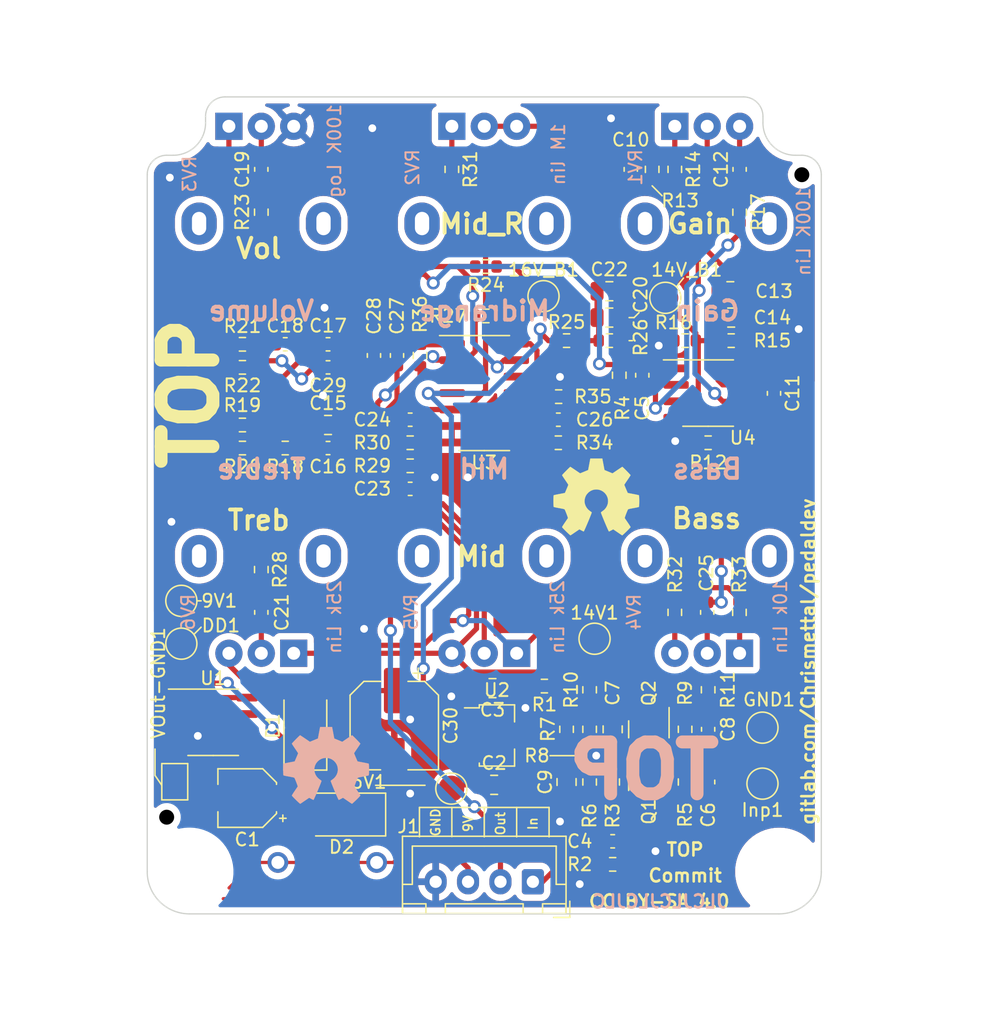
<source format=kicad_pcb>
(kicad_pcb (version 20211014) (generator pcbnew)
  (layers (0 "F.Cu" signal) (31 "B.Cu" signal) (34 "B.Paste" user) (35 "F.Paste" user) (36 "B.SilkS" user "B.Silkscreen") (37 "F.SilkS" user "F.Silkscreen") (38 "B.Mask" user) (39 "F.Mask" user) (44 "Edge.Cuts" user))
  (property "Commit" "Commit")
  (property "Link" "gitlab.com/Chrismettal/pedaldev")
  (property "Name" "TOP")
  (net 0 "")
  (net 1 "+9V")
  (net 2 "GND")
  (net 3 "Upper_PCB_Input")
  (net 4 "Upper_PCB_Output")
  (net 5 "Net-(C1-Pad1)")
  (net 6 "Net-(C1-Pad2)")
  (net 7 "Net-(C3-Pad1)")
  (net 8 "Net-(C9-Pad1)")
  (net 9 "Net-(C13-Pad1)")
  (net 10 "Net-(C6-Pad1)")
  (net 11 "Net-(C7-Pad2)")
  (net 12 "Net-(C4-Pad1)")
  (net 13 "Net-(C8-Pad2)")
  (net 14 "Net-(C7-Pad1)")
  (net 15 "Net-(C15-Pad2)")
  (net 16 "Net-(C5-Pad2)")
  (net 17 "Net-(C8-Pad1)")
  (net 18 "Net-(C10-Pad2)")
  (net 19 "Net-(C11-Pad1)")
  (net 20 "Net-(C11-Pad2)")
  (net 21 "Net-(C12-Pad1)")
  (net 22 "Net-(C12-Pad2)")
  (net 23 "Net-(C15-Pad1)")
  (net 24 "Net-(C17-Pad2)")
  (net 25 "Net-(C18-Pad1)")
  (net 26 "Net-(C19-Pad1)")
  (net 27 "Net-(C19-Pad2)")
  (net 28 "Net-(C20-Pad1)")
  (net 29 "Net-(C21-Pad1)")
  (net 30 "Net-(C21-Pad2)")
  (net 31 "Net-(C23-Pad1)")
  (net 32 "Net-(C23-Pad2)")
  (net 33 "Net-(C24-Pad1)")
  (net 34 "Net-(C24-Pad2)")
  (net 35 "Net-(C25-Pad1)")
  (net 36 "Net-(C25-Pad2)")
  (net 37 "Net-(C26-Pad1)")
  (net 38 "Net-(C27-Pad1)")
  (net 39 "Net-(C27-Pad2)")
  (net 40 "Net-(R11-Pad2)")
  (net 41 "Net-(R14-Pad2)")
  (net 42 "Net-(R19-Pad2)")
  (net 43 "Net-(R21-Pad2)")
  (net 44 "Net-(R27-Pad1)")
  (net 45 "Net-(R30-Pad2)")
  (net 46 "Net-(R31-Pad1)")
  (net 47 "Net-(R32-Pad2)")
  (net 48 "Net-(R33-Pad1)")
  (net 49 "Net-(R34-Pad2)")
  (net 53 "+16V")
  (net 54 "+14V")
  (net 55 "Net-(C16-Pad2)")
  (net 56 "Net-(U3-Pad13)")
  (net 57 "Net-(U3-Pad2)")
  (net 58 "Net-(VOut-GND1-Pad1)")
  (footprint "Package_SO:SOP-8_3.9x4.9mm_P1.27mm" (layer "F.Cu") (at 128.588 115.728)
    (fp_text reference "U1")
    (fp_text value "ICL7660")
  )
  (footprint "Resistor_SMD:R_0603_1608Metric" (layer "F.Cu") (at 164.994 120.332 -90)
    (fp_text reference "R5")
    (fp_text value "10K")
  )
  (footprint "Resistor_SMD:R_0603_1608Metric" (layer "F.Cu") (at 132.3 103.949 -90)
    (fp_text reference "R28")
    (fp_text value "2K2")
  )
  (footprint "TestPoint:TestPoint_Pad_D2.0mm" (layer "F.Cu") (at 163.47 82.994)
    (fp_text reference "14V_B1")
    (fp_text value "TP")
  )
  (footprint "TestPoint:TestPoint_Pad_D2.0mm" (layer "F.Cu") (at 126.132 106.362)
    (fp_text reference "9V1")
    (fp_text value "TP")
  )
  (footprint "Resistor_SMD:R_0603_1608Metric" (layer "F.Cu") (at 159.406 120.332 90)
    (fp_text reference "R3")
    (fp_text value "10K")
  )
  (footprint "Package_TO_SOT_SMD:SOT-89-3" (layer "F.Cu") (at 150.178 116.744)
    (fp_text reference "U2")
    (fp_text value "L78L15_SOT89")
  )
  (footprint "Resistor_SMD:R_0603_1608Metric" (layer "F.Cu") (at 147 73.088 -90)
    (fp_text reference "R31")
    (fp_text value "10K")
  )
  (footprint "Resistor_SMD:R_0603_1608Metric" (layer "F.Cu") (at 159.406 126.682 180)
    (fp_text reference "R2")
    (fp_text value "1M")
  )
  (footprint "Resistor_SMD:R_0603_1608Metric" (layer "F.Cu") (at 155.2404 90.614)
    (fp_text reference "R35")
    (fp_text value "470K")
  )
  (footprint "Resistor_SMD:R_0603_1608Metric" (layer "F.Cu") (at 154.138 112.934 180)
    (fp_text reference "R1")
    (fp_text value "51R")
  )
  (footprint "Capacitor_SMD:C_0603_1608Metric" (layer "F.Cu") (at 160.803 73.088 90)
    (fp_text reference "C10")
    (fp_text value "220nF")
  )
  (footprint "Package_SO:SOIC-8_3.9x4.9mm_P1.27mm" (layer "F.Cu") (at 166.772 90.339)
    (fp_text reference "U4")
    (fp_text value "OPA2604")
  )
  (footprint "Capacitor_SMD:C_0603_1608Metric" (layer "F.Cu") (at 137.448164 88.355644)
    (fp_text reference "C29")
    (fp_text value "1nF")
  )
  (footprint "Capacitor_SMD:C_0603_1608Metric" (layer "F.Cu") (at 166.772 120.332 -90)
    (fp_text reference "C6")
    (fp_text value "2.2uF")
  )
  (footprint "Capacitor_SMD:C_0805_2012Metric" (layer "F.Cu") (at 159.152 84.518)
    (fp_text reference "C20")
    (fp_text value "10uF")
  )
  (footprint "Jumper:SolderJumper-2_P1.3mm_Open_TrianglePad1.0x1.5mm" (layer "F.Cu") (at 125.624 120.311 90)
    (fp_text reference "VOut-GND1")
    (fp_text value "Jmp")
  )
  (footprint "Capacitor_SMD:C_0603_1608Metric" (layer "F.Cu") (at 161.692 88.963 -90)
    (fp_text reference "C5")
    (fp_text value "470pF")
  )
  (footprint "Capacitor_SMD:C_0805_2012Metric" (layer "F.Cu") (at 159.406 116.268 -90)
    (fp_text reference "C7")
    (fp_text value "10nF")
  )
  (footprint "Capacitor_SMD:C_0603_1608Metric" (layer "F.Cu") (at 134.146164 86.577644)
    (fp_text reference "C18")
    (fp_text value "1nF")
  )
  (footprint "Resistor_SMD:R_0603_1608Metric" (layer "F.Cu") (at 166.772 113.22 90)
    (fp_text reference "R11")
    (fp_text value "22K")
  )
  (footprint "Resistor_SMD:R_0603_1608Metric" (layer "F.Cu") (at 155.215 94.17 180)
    (fp_text reference "R34")
    (fp_text value "330R")
  )
  (footprint "Resistor_SMD:R_0603_1608Metric" (layer "F.Cu") (at 149.627 80.581 180)
    (fp_text reference "R24")
    (fp_text value "1M")
  )
  (footprint "Resistor_SMD:R_0603_1608Metric" (layer "F.Cu") (at 130.844164 94.578644 180)
    (fp_text reference "R20")
    (fp_text value "47K")
  )
  (footprint "Capacitor_SMD:CP_Elec_6.3x5.4_Nichicon" (layer "F.Cu") (at 142.558 115.982 -90)
    (fp_text reference "C30")
    (fp_text value "100uF")
  )
  (footprint "Resistor_SMD:R_0603_1608Metric" (layer "F.Cu") (at 157.628 116.268 -90)
    (fp_text reference "R8")
    (fp_text value "470K")
  )
  (footprint "Resistor_SMD:R_0603_1608Metric" (layer "F.Cu") (at 157.628 120.332 90)
    (fp_text reference "R6")
    (fp_text value "10K")
  )
  (footprint "Resistor_SMD:R_0603_1608Metric" (layer "F.Cu") (at 130.844164 92.800644 180)
    (fp_text reference "R19")
    (fp_text value "47K")
  )
  (footprint "Capacitor_SMD:C_0603_1608Metric" (layer "F.Cu") (at 142.769 87.439 -90)
    (fp_text reference "C27")
    (fp_text value "1nF")
  )
  (footprint "Resistor_SMD:R_0603_1608Metric" (layer "F.Cu") (at 130.844164 86.577644 180)
    (fp_text reference "R21")
    (fp_text value "47K")
  )
  (footprint "MeineBib:EigenesMountingHole_3.2mm_M3_Small" (layer "F.Cu") (at 126.75 127.25)
    (fp_text reference "MK2" hide)
    (fp_text value "Mounting_Hole_M3" hide)
  )
  (footprint "Capacitor_SMD:C_0603_1608Metric" (layer "F.Cu") (at 140.991 87.439 90)
    (fp_text reference "C28")
    (fp_text value "470nF")
  )
  (footprint "Resistor_SMD:R_0603_1608Metric" (layer "F.Cu") (at 162.454 73.088 -90)
    (fp_text reference "R13")
    (fp_text value "1K")
  )
  (footprint "Capacitor_SMD:C_0805_2012Metric" (layer "F.Cu") (at 150.135 113.093 180)
    (fp_text reference "C3")
    (fp_text value "10uF")
  )
  (footprint "Capacitor_SMD:C_0805_2012Metric" (layer "F.Cu") (at 159.152 82.486)
    (fp_text reference "C22")
    (fp_text value "10uF")
  )
  (footprint "TestPoint:TestPoint_Pad_D2.0mm" (layer "F.Cu") (at 170.963 116.141)
    (fp_text reference "GND1")
    (fp_text value "TP")
  )
  (footprint "Resistor_SMD:R_0603_1608Metric" (layer "F.Cu") (at 164.2 107.251 -90)
    (fp_text reference "R32")
    (fp_text value "1K")
  )
  (footprint "TestPoint:TestPoint_Pad_D2.0mm" (layer "F.Cu") (at 170.963 120.459)
    (fp_text reference "Inp1")
    (fp_text value "TP")
  )
  (footprint "MeineBib:JLC_Toolinghole" (layer "F.Cu") (at 125 123.045)
    (fp_text reference "REF**" hide)
    (fp_text value "JLC_Toolinghole")
  )
  (footprint "Capacitor_SMD:C_0603_1608Metric" (layer "F.Cu") (at 132.3 107.251 90)
    (fp_text reference "C21")
    (fp_text value "22nF")
  )
  (footprint "Resistor_SMD:R_0603_1608Metric" (layer "F.Cu") (at 155.85 116.268 90)
    (fp_text reference "R7")
    (fp_text value "470K")
  )
  (footprint "Capacitor_SMD:C_0603_1608Metric" (layer "F.Cu") (at 159.406 124.904 180)
    (fp_text reference "C4")
    (fp_text value "22nF")
  )
  (footprint "Resistor_SMD:R_0603_1608Metric" (layer "F.Cu") (at 169.185 107.251 90)
    (fp_text reference "R33")
    (fp_text value "10K")
  )
  (footprint "Package_SO:SOIC-14_3.9x8.7mm_P1.27mm" (layer "F.Cu") (at 149.5 90.339)
    (fp_text reference "U3")
    (fp_text value "TL074")
  )
  (footprint "MeineBib:JLC_Toolinghole" (layer "F.Cu") (at 174 73.5)
    (fp_text reference "REF**" hide)
    (fp_text value "JLC_Toolinghole")
  )
  (footprint "Diode_SMD:D_SMA" (layer "F.Cu") (at 135.7 116.014 90)
    (fp_text reference "D1")
    (fp_text value "1N4004")
  )
  (footprint "Resistor_SMD:R_0603_1608Metric" (layer "F.Cu") (at 164.994 116.268 -90)
    (fp_text reference "R9")
    (fp_text value "10K")
  )
  (footprint "Resistor_SMD:R_0603_1608Metric" (layer "F.Cu") (at 168.55 86.296 180)
    (fp_text reference "R15")
    (fp_text value "10K")
  )
  (footprint "Connector_JST:JST_XH_B4B-XH-A_1x04_P2.50mm_Vertical" (layer "F.Cu") (at 153.25 128.025 180)
    (fp_text reference "J1")
    (fp_text value "Conn_01x04")
  )
  (footprint "Resistor_SMD:R_0603_1608Metric" (layer "F.Cu") (at 169.2 76.39 -90)
    (fp_text reference "R17")
    (fp_text value "15K")
  )
  (footprint "Capacitor_SMD:C_0603_1608Metric" (layer "F.Cu") (at 155.215 92.392)
    (fp_text reference "C26")
    (fp_text value "68nF")
  )
  (footprint "Package_TO_SOT_SMD:SOT-23" (layer "F.Cu") (at 162.2 116.268 -90)
    (fp_text reference "Q2")
    (fp_text value "BF545A")
  )
  (footprint "Resistor_SMD:R_0603_1608Metric" (layer "F.Cu") (at 164.994 86.296 180)
    (fp_text reference "R16")
    (fp_text value "10K")
  )
  (footprint "Capacitor_SMD:C_0603_1608Metric" (layer "F.Cu") (at 137.448164 86.577644)
    (fp_text reference "C17")
    (fp_text value "47nF")
  )
  (footprint "TestPoint:TestPoint_Pad_D2.0mm" (layer "F.Cu") (at 158.009 109.283)
    (fp_text reference "14V1")
    (fp_text value "TP")
  )
  (footprint "Resistor_SMD:R_0603_1608Metric" (layer "F.Cu") (at 157.628 113.22 90)
    (fp_text reference "R10")
    (fp_text value "2K2")
  )
  (footprint "Resistor_SMD:R_0603_1608Metric" (layer "F.Cu") (at 134.146164 94.578644 180)
    (fp_text reference "R18")
    (fp_text value "10K")
  )
  (footprint "Capacitor_SMD:C_0603_1608Metric" (layer "F.Cu") (at 171.852 90.36 -90)
    (fp_text reference "C11")
    (fp_text value "100pF")
  )
  (footprint "Capacitor_SMD:C_0603_1608Metric" (layer "F.Cu") (at 137.448164 94.578644 180)
    (fp_text reference "C16")
    (fp_text value "220nF")
  )
  (footprint "Resistor_SMD:R_0603_1608Metric" (layer "F.Cu") (at 143.785 94.17)
    (fp_text reference "R30")
    (fp_text value "470R")
  )
  (footprint "Symbol:OSHW-Symbol_6.7x6mm_SilkScreen" (layer "F.Cu") (at 158.136 98.361)
    (fp_text reference "REF**" hide)
    (fp_text value "OSHW-Symbol_6.7x6mm_SilkScreen" hide)
  )
  (footprint "Capacitor_SMD:C_0805_2012Metric" (layer "F.Cu") (at 155.85 120.332 -90)
    (fp_text reference "C9")
    (fp_text value "10uF")
  )
  (footprint "MeineBib:EigenesMountingHole_3.2mm_M3_Small" (layer "F.Cu") (at 172.25 127.25)
    (fp_text reference "MK2" hide)
    (fp_text value "Mounting_Hole_M3" hide)
  )
  (footprint "Resistor_SMD:R_0603_1608Metric" (layer "F.Cu") (at 130.844164 88.355644)
    (fp_text reference "R22")
    (fp_text value "39K")
  )
  (footprint "Capacitor_SMD:C_0805_2012Metric" (layer "F.Cu") (at 168.484 82.486)
    (fp_text reference "C13")
    (fp_text value "10uF")
  )
  (footprint "MeineBib:Binary_6_v0.1_tiny_silk" (layer "F.Cu") (at 137.4144 127.5007)
    (fp_text reference "H7" hide)
    (fp_text value "Symbol_Binary6" hide)
  )
  (footprint "Resistor_SMD:R_0603_1608Metric" (layer "F.Cu") (at 159.914 88.963 90)
    (fp_text reference "R4")
    (fp_text value "1M")
  )
  (footprint "Capacitor_SMD:C_0603_1608Metric" (layer "F.Cu") (at 143.785 92.392 180)
    (fp_text reference "C24")
    (fp_text value "22nF")
  )
  (footprint "Resistor_SMD:R_0603_1608Metric" (layer "F.Cu") (at 132.3 76.39 -90)
    (fp_text reference "R23")
    (fp_text value "1K")
  )
  (footprint "Resistor_SMD:R_0603_1608Metric" (layer "F.Cu") (at 159.152 86.296)
    (fp_text reference "R26")
    (fp_text value "10K")
  )
  (footprint "Capacitor_SMD:C_0603_1608Metric" (layer "F.Cu") (at 143.785 97.726 180)
    (fp_text reference "C23")
    (fp_text value "22nF")
  )
  (footprint "Capacitor_SMD:C_0603_1608Metric" (layer "F.Cu") (at 169.2 73.088 90)
    (fp_text reference "C12")
    (fp_text value "100nF")
  )
  (footprint "Capacitor_SMD:C_0603_1608Metric" (layer "F.Cu") (at 166.772 116.268 -90)
    (fp_text reference "C8")
    (fp_text value "220nF")
  )
  (footprint "TestPoint:TestPoint_Pad_D2.0mm" (layer "F.Cu") (at 126.132 109.664)
    (fp_text reference "DD1")
    (fp_text value "TP")
  )
  (footprint "Capacitor_SMD:C_0805_2012Metric" (layer "F.Cu") (at 150.262 120.554)
    (fp_text reference "C2")
    (fp_text value "10uF")
  )
  (footprint "Capacitor_SMD:C_0603_1608Metric" (layer "F.Cu") (at 166.7 107.251 -90)
    (fp_text reference "C25")
    (fp_text value "220nF")
  )
  (footprint "Resistor_SMD:R_0603_1608Metric" (layer "F.Cu") (at 166.772 94.17)
    (fp_text reference "R12")
    (fp_text value "100K")
  )
  (footprint "Resistor_SMD:R_0603_1608Metric" (layer "F.Cu") (at 155.85 86.296)
    (fp_text reference "R25")
    (fp_text value "10K")
  )
  (footprint "Capacitor_SMD:C_0805_2012Metric" (layer "F.Cu") (at 137.448164 92.800644)
    (fp_text reference "C15")
    (fp_text value "10nF")
  )
  (footprint "Capacitor_SMD:C_0603_1608Metric" (layer "F.Cu") (at 132.3 73.088 90)
    (fp_text reference "C19")
    (fp_text value "470nF")
  )
  (footprint "Resistor_SMD:R_0603_1608Metric" (layer "F.Cu") (at 164.2 73.088 90)
    (fp_text reference "R14")
    (fp_text value "7K5")
  )
  (footprint "Resistor_SMD:R_0603_1608Metric" (layer "F.Cu") (at 149.627 84.391 180)
    (fp_text reference "R27")
    (fp_text value "10K")
  )
  (footprint "TestPoint:TestPoint_Pad_D2.0mm" (layer "F.Cu") (at 146.96 120.84)
    (fp_text reference "16V1")
    (fp_text value "TP")
  )
  (footprint "Capacitor_SMD:C_0805_2012Metric" (layer "F.Cu") (at 168.55 84.518)
    (fp_text reference "C14")
    (fp_text value "10uF")
  )
  (footprint "Package_TO_SOT_SMD:SOT-23" (layer "F.Cu") (at 162.2 120.332 -90)
    (fp_text reference "Q1")
    (fp_text value "BF545A")
  )
  (footprint "TestPoint:TestPoint_Pad_D2.0mm" (layer "F.Cu") (at 154.072 82.867)
    (fp_text reference "16V_B1")
    (fp_text value "TP")
  )
  (footprint "Capacitor_SMD:CP_Elec_4x5.4" (layer "F.Cu") (at 131.212 121.57 180)
    (fp_text reference "C1")
    (fp_text value "10uF")
  )
  (footprint "Resistor_SMD:R_0603_1608Metric" (layer "F.Cu") (at 143.785 95.948)
    (fp_text reference "R29")
    (fp_text value "7K5")
  )
  (footprint "Resistor_SMD:R_0603_1608Metric" (layer "F.Cu") (at 144.547 87.439 90)
    (fp_text reference "R36")
    (fp_text value "10K")
  )
  (footprint "Diode_SMD:D_SMA" (layer "F.Cu") (at 138.494 122.84 180)
    (fp_text reference "D2")
    (fp_text value "1N4004")
  )
  (footprint "MeineBib:Potentiometer_Alpha_RD901F-40-00D_Single_Vertical" (layer "B.Cu") (at 129.8 69.765 -90)
    (fp_text reference "RV3")
    (fp_text value "100K Log")
  )
  (footprint "MeineBib:Potentiometer_Alpha_RD901F-40-00D_Single_Vertical" (layer "B.Cu") (at 169.2 110.405 90)
    (fp_text reference "RV4")
    (fp_text value "10k Lin")
  )
  (footprint "MeineBib:Potentiometer_Alpha_RD901F-40-00D_Single_Vertical" (layer "B.Cu") (at 152 110.405 90)
    (fp_text reference "RV5")
    (fp_text value "25k Lin")
  )
  (footprint "MeineBib:Potentiometer_Alpha_RD901F-40-00D_Single_Vertical" (layer "B.Cu") (at 164.2 69.765 -90)
    (fp_text reference "RV1")
    (fp_text value "100K Lin")
  )
  (footprint "MeineBib:Potentiometer_Alpha_RD901F-40-00D_Single_Vertical" (layer "B.Cu") (at 134.8 110.405 90)
    (fp_text reference "RV6")
    (fp_text value "25k Lin")
  )
  (footprint "Symbol:OSHW-Symbol_6.7x6mm_SilkScreen" (layer "B.Cu") (at 137.308 119.062 180)
    (fp_text reference "REF**" hide)
    (fp_text value "OSHW-Symbol_6.7x6mm_SilkScreen" hide)
  )
  (footprint "MeineBib:Potentiometer_Alpha_RD901F-40-00D_Single_Vertical" (layer "B.Cu") (at 147 69.765 -90)
    (fp_text reference "RV2")
    (fp_text value "1M lin")
  )
  (gr_line (start 154.58 118.3) (end 156.866 118.3) (layer "F.SilkS") (width 0.12))
  (gr_line (start 160.676 84.518) (end 161.057 84.518) (layer "F.SilkS") (width 0.12))
  (gr_line (start 127.332 106.362) (end 127.656 106.362) (layer "F.SilkS") (width 0.12))
  (gr_line (start 162.454 74.358) (end 163.216 75.12) (layer "F.SilkS") (width 0.12))
  (gr_line (start 124.1 119.824) (end 124.624 120.586) (layer "F.SilkS") (width 0.12))
  (gr_line (start 152 122.295) (end 152 124.561) (layer "F.SilkS") (width 0.12))
  (gr_line (start 164.359 82.105) (end 164.867 81.47) (layer "F.SilkS") (width 0.12))
  (gr_line (start 144.5 122.295) (end 144.5 124.561) (layer "F.SilkS") (width 0.12))
  (gr_line (start 161.057 84.518) (end 161.438 84.137) (layer "F.SilkS") (width 0.12))
  (gr_line (start 149.5 122.295) (end 149.5 124.561) (layer "F.SilkS") (width 0.12))
  (gr_line (start 124.1 117.792) (end 124.1 119.824) (layer "F.SilkS") (width 0.12))
  (gr_line (start 144.5 122.295) (end 154.5 122.295) (layer "F.SilkS") (width 0.12))
  (gr_line (start 147 122.295) (end 147 124.545) (layer "F.SilkS") (width 0.12))
  (gr_line (start 127.656 108.394) (end 127.148 108.902) (layer "F.SilkS") (width 0.12))
  (gr_line (start 154.5 122.295) (end 154.5 124.561) (layer "F.SilkS") (width 0.12))
  (gr_line (start 160.676 86.296) (end 160.93 86.296) (layer "F.SilkS") (width 0.12))
  (gr_line (start 156.866 118.3) (end 157.628 117.538) (layer "F.SilkS") (width 0.12))
  (gr_line (start 141.118 120.586) (end 144.928 120.586) (layer "F.SilkS") (width 0.12))
  (gr_line (start 175.5 73.5) (end 175.5 127.25) (layer "Edge.Cuts") (width 0.1))
  (gr_arc (start 126.75 130.5) (mid 124.451903 129.548097) (end 123.5 127.25) (layer "Edge.Cuts") (width 0.1))
  (gr_arc (start 173.5 72) (mid 171.732233 71.267767) (end 171 69.5) (layer "Edge.Cuts") (width 0.1))
  (gr_line (start 123.5 73.5) (end 123.5 127.25) (layer "Edge.Cuts") (width 0.1))
  (gr_line (start 173.5 72) (end 174 72) (layer "Edge.Cuts") (width 0.1))
  (gr_arc (start 123.5 73.5) (mid 123.93934 72.43934) (end 125 72) (layer "Edge.Cuts") (width 0.1))
  (gr_line (start 128 69.5) (end 128 69) (layer "Edge.Cuts") (width 0.1))
  (gr_line (start 171 69.5) (end 171 69) (layer "Edge.Cuts") (width 0.1))
  (gr_line (start 125 72) (end 125.5 72) (layer "Edge.Cuts") (width 0.1))
  (gr_line (start 126.75 130.5) (end 172.25 130.5) (layer "Edge.Cuts") (width 0.1))
  (gr_arc (start 175.5 127.25) (mid 174.548097 129.548097) (end 172.25 130.5) (layer "Edge.Cuts") (width 0.1))
  (gr_arc (start 128 69.5) (mid 127.267767 71.267767) (end 125.5 72) (layer "Edge.Cuts") (width 0.1))
  (gr_arc (start 128 69) (mid 128.43934 67.93934) (end 129.5 67.5) (layer "Edge.Cuts") (width 0.1))
  (gr_arc (start 169.5 67.5) (mid 170.56066 67.93934) (end 171 69) (layer "Edge.Cuts") (width 0.1))
  (gr_line (start 129.5 67.5) (end 169.5 67.5) (layer "Edge.Cuts") (width 0.1))
  (gr_arc (start 174 72) (mid 175.06066 72.43934) (end 175.5 73.5) (layer "Edge.Cuts") (width 0.1))
  (gr_text "Bass" (at 166.7 96.2) (layer "B.SilkS") (effects (font (size 1.5 1.5) (thickness 0.3)) (justify mirror)))
  (gr_text "Mid" (at 149.5 96.2) (layer "B.SilkS") (effects (font (size 1.5 1.5) (thickness 0.3)) (justify mirror)))
  (gr_text "JLCJLCJLCJLC" (at 163 129.545) (layer "B.SilkS") (effects (font (size 1 1) (thickness 0.2)) (justify mirror)))
  (gr_text "${Name}" (at 161.819 119.443) (layer "B.SilkS") (effects (font (size 4 4) (thickness 1)) (justify mirror)))
  (gr_text "Treble" (at 132.3 96.2) (layer "B.SilkS") (effects (font (size 1.5 1.5) (thickness 0.3)) (justify mirror)))
  (gr_text "Midrange" (at 149.5 84) (layer "B.SilkS") (effects (font (size 1.5 1.5) (thickness 0.3)) (justify mirror)))
  (gr_text "Volume\n" (at 132.3 84) (layer "B.SilkS") (effects (font (size 1.5 1.5) (thickness 0.3)) (justify mirror)))
  (gr_text "Gain" (at 166.7 84) (layer "B.SilkS") (effects (font (size 1.5 1.5) (thickness 0.3)) (justify mirror)))
  (gr_text "${Link}" (at 174.5 111.045 90) (layer "F.SilkS") (effects (font (size 1 1) (thickness 0.2))))
  (gr_text "Treb" (at 132.101 100.139) (layer "F.SilkS") (effects (font (size 1.5 1.5) (thickness 0.3))))
  (gr_text "${Commit}" (at 164.994 127.545) (layer "F.SilkS") (effects (font (size 1 1) (thickness 0.2))))
  (gr_text "${Name}" (at 164.994 125.545) (layer "F.SilkS") (effects (font (size 1 1) (thickness 0.2))))
  (gr_text "Out" (at 150.75 123.545 90) (layer "F.SilkS") (effects (font (size 0.7 0.7) (thickness 0.13))))
  (gr_text "Mid_R" (at 149.3 77.3) (layer "F.SilkS") (effects (font (size 1.5 1.5) (thickness 0.3))))
  (gr_text "In" (at 153.25 123.545 90) (layer "F.SilkS") (effects (font (size 0.7 0.7) (thickness 0.13))))
  (gr_text "CC BY-SA 4.0" (at 163 129.545) (layer "F.SilkS") (effects (font (size 1 1) (thickness 0.2))))
  (gr_text "9V" (at 148.25 123.545 90) (layer "F.SilkS") (effects (font (size 0.7 0.7) (thickness 0.13))))
  (gr_text "Vol" (at 132.1 79.184) (layer "F.SilkS") (effects (font (size 1.5 1.5) (thickness 0.3))))
  (gr_text "${Name}" (at 126.767 90.36 90) (layer "F.SilkS") (effects (font (size 4 4) (thickness 1))))
  (gr_text "GND" (at 145.75 123.445 90) (layer "F.SilkS") (effects (font (size 0.7 0.7) (thickness 0.13))))
  (gr_text "Gain" (at 166.137 77.279) (layer "F.SilkS") (effects (font (size 1.5 1.5) (thickness 0.3))))
  (gr_text "Bass" (at 166.645 100.012) (layer "F.SilkS") (effects (font (size 1.5 1.5) (thickness 0.3))))
  (gr_text "Mid" (at 149.3 102.94) (layer "F.SilkS") (effects (font (size 1.5 1.5) (thickness 0.3))))
  (segment (start 138.578 114.998) (end 137.594 114.014) (width 0.4) (layer "F.Cu") (net 1))
  (segment (start 131.213 113.823) (end 135.509 113.823) (width 0.4) (layer "F.Cu") (net 1))
  (segment (start 124.608 113.474) (end 124.957 113.823) (width 0.4) (layer "F.Cu") (net 1))
  (segment (start 142.558 113.282) (end 141.31 113.282) (width 0.4) (layer "F.Cu") (net 1))
  (segment (start 140.578 114.014) (end 137.086 114.014) (width 0.4) (layer "F.Cu") (net 1))
  (segment (start 126.132 106.362) (end 124.608 107.886) (width 0.4) (layer "F.Cu") (net 1))
  (segment (start 124.957 113.823) (end 125.963 113.823) (width 0.4) (layer "F.Cu") (net 1))
  (segment (start 148.25 126.956) (end 145.944 124.65) (width 0.4) (layer "F.Cu") (net 1))
  (segment (start 135.7 114.014) (end 137.086 114.014) (width 0.4) (layer "F.Cu") (net 1))
  (segment (start 135.509 113.823) (end 135.7 114.014) (width 0.4) (layer "F.Cu") (net 1))
  (segment (start 141.31 113.282) (end 140.578 114.014) (width 0.4) (layer "F.Cu") (net 1))
  (segment (start 139.086 124.65) (end 138.578 124.142) (width 0.4) (layer "F.Cu") (net 1))
  (segment (start 137.594 114.014) (end 137.086 114.014) (width 0.4) (layer "F.Cu") (net 1))
  (segment (start 124.608 107.886) (end 124.608 113.474) (width 0.4) (layer "F.Cu") (net 1))
  (segment (start 148.25 128.025) (end 148.25 126.956) (width 0.4) (layer "F.Cu") (net 1))
  (segment (start 138.578 124.142) (end 138.578 114.998) (width 0.4) (layer "F.Cu") (net 1))
  (segment (start 125.963 113.823) (end 131.213 113.823) (width 0.4) (layer "F.Cu") (net 1))
  (segment (start 145.944 124.65) (end 139.086 124.65) (width 0.4) (layer "F.Cu") (net 1))
  (segment (start 159.977 86.296) (end 159.977 86.487) (width 0.4) (layer "F.Cu") (net 2))
  (segment (start 125.963 116.363) (end 126.989 116.363) (width 0.4) (layer "F.Cu") (net 2))
  (segment (start 147.69 116.744) (end 146.96 116.014) (width 0.4) (layer "F.Cu") (net 2))
  (segment (start 162.962 86.677) (end 163.343 86.296) (width 0.4) (layer "F.Cu") (net 2))
  (segment (start 172.868 84.518) (end 169.5 84.518) (width 0.4) (layer "F.Cu") (net 2))
  (segment (start 149.185 113.093) (end 147.595 113.093) (width 0.4) (layer "F.Cu") (net 2))
  (segment (start 173.757 85.407) (end 172.868 84.518) (width 0.4) (layer "F.Cu") (net 2))
  (segment (start 154.344276 89.09) (end 153.095276 90.339) (width 0.4) (layer "F.Cu") (net 2))
  (segment (start 158.581 126.682) (end 157.882 126.682) (width 0.4) (layer "F.Cu") (net 2))
  (segment (start 155.342 89.09) (end 154.344276 89.09) (width 0.4) (layer "F.Cu") (net 2))
  (segment (start 142.558 119.994) (end 143.785 121.221) (width 0.4) (layer "F.Cu") (net 2))
  (segment (start 163.343 86.296) (end 164.169 86.296) (width 0.4) (layer "F.Cu") (net 2))
  (segment (start 126.624 119.586) (end 127.402 118.808) (width 0.4) (layer "F.Cu") (net 2))
  (segment (start 138.223164 89.358644) (end 137.067164 90.514644) (width 0.4) (layer "F.Cu") (net 2))
  (segment (start 138.223164 88.355644) (end 138.223164 89.358644) (width 0.4) (layer "F.Cu") (net 2))
  (segment (start 134.921164 86.015836) (end 134.921164 86.577644) (width 0.4) (layer "F.Cu") (net 2))
  (segment (start 137.181 83.756) (end 134.921164 86.015836) (width 0.4) (layer "F.Cu") (net 2))
  (segment (start 157.882 126.682) (end 156.866 127.698) (width 0.4) (layer "F.Cu") (net 2))
  (segment (start 142.558 118.682) (end 142.558 119.994) (width 0.4) (layer "F.Cu") (net 2))
  (segment (start 164.297 92.244) (end 164.297 93.978) (width 0.4) (layer "F.Cu") (net 2))
  (segment (start 127.402 118.808) (end 127.402 116.776) (width 0.4) (layer "F.Cu") (net 2))
  (segment (start 157.628 117.789914) (end 158.137043 118.298957) (width 0.4) (layer "F.Cu") (net 2))
  (segment (start 148.6155 116.744) (end 147.69 116.744) (width 0.4) (layer "F.Cu") (net 2))
  (segment (start 164.297 93.978) (end 164.232 94.043) (width 0.4) (layer "F.Cu") (net 2))
  (segment (start 126.989 116.363) (end 127.402 116.776) (width 0.4) (layer "F.Cu") (net 2))
  (segment (start 157.628 117.1715) (end 157.628 117.789914) (width 0.4) (layer "F.Cu") (net 2))
  (segment (start 125.624 119.586) (end 126.624 119.586) (width 0.4) (layer "F.Cu") (net 2))
  (segment (start 146.96 116.014) (end 146.96 113.728) (width 0.4) (layer "F.Cu") (net 2))
  (segment (start 147.595 113.093) (end 146.96 113.728) (width 0.4) (layer "F.Cu") (net 2))
  (segment (start 156.866 127.698) (end 156.866 128.206) (width 0.4) (layer "F.Cu") (net 2))
  (segment (start 153.095276 90.339) (end 151.975 90.339) (width 0.4) (layer "F.Cu") (net 2))
  (via (at 127.402 116.776) (size 1) (drill 0.6) (layers "F.Cu" "B.Cu") (net 2))
  (via (at 162.962 86.677) (size 1) (drill 0.6) (layers "F.Cu" "B.Cu") (net 2))
  (via (at 158.137043 118.298957) (size 1) (drill 0.6) (layers "F.Cu" "B.Cu") (net 2))
  (via (at 146.96 113.728) (size 1) (drill 0.6) (layers "F.Cu" "B.Cu") (net 2))
  (via (at 155.342 123.38) (size 1) (drill 0.6) (layers "F.Cu" "B.Cu") (net 2))
  (via (at 143.785 115.506) (size 1) (drill 0.6) (layers "F.Cu" "B.Cu") (net 2))
  (via (at 125.243 73.723) (size 1) (drill 0.6) (layers "F.Cu" "B.Cu") (net 2))
  (via (at 162.708 125.666) (size 1) (drill 0.6) (layers "F.Cu" "B.Cu") (net 2))
  (via (at 125.37 100.266) (size 1) (drill 0.6) (layers "F.Cu" "B.Cu") (net 2))
  (via (at 145.69 96.837) (size 1) (drill 0.6) (layers "F.Cu" "B.Cu") (net 2))
  (via (at 152.675 114.617) (size 1) (drill 0.6) (layers "F.Cu" "B.Cu") (net 2))
  (via (at 140.229 108.521) (size 1) (drill 0.6) (layers "F.Cu" "B.Cu") (net 2))
  (via (at 155.342 89.09) (size 1) (drill 0.6) (layers "F.Cu" "B.Cu") (net 2))
  (via (at 156.866 128.206) (size 1) (drill 0.6) (layers "F.Cu" "B.Cu") (net 2))
  (via (at 173.757 85.407) (size 1) (drill 0.6) (layers "F.Cu" "B.Cu") (net 2))
  (via (at 164.232 94.043) (size 1) (drill 0.6) (layers "F.Cu" "B.Cu") (net 2))
  (via (at 143.785 121.221) (size 1) (drill 0.6) (layers "F.Cu" "B.Cu") (net 2))
  (via (at 140.864 69.913) (size 1) (drill 0.6) (layers "F.Cu" "B.Cu") (net 2))
  (via (at 137.181 83.756) (size 1) (drill 0.6) (layers "F.Cu" "B.Cu") (net 2))
  (via (at 159.279 69.151) (size 1) (drill 0.6) (layers "F.Cu" "B.Cu") (net 2))
  (via (at 137.067164 90.514644) (size 1) (drill 0.6) (layers "F.Cu" "B.Cu") (net 2))
  (via (at 148.23 96.837) (size 1) (drill 0.6) (layers "F.Cu" "B.Cu") (net 2))
  (segment (start 153.25 128.025) (end 153.999 128.025) (width 0.4) (layer "F.Cu") (net 3))
  (segment (start 153.999 128.025) (end 157.12 124.904) (width 0.4) (layer "F.Cu") (net 3))
  (segment (start 157.12 124.904) (end 158.631 124.904) (width 0.4) (layer "F.Cu") (net 3))
  (segment (start 140.991 89.598) (end 140.68096 89.90804) (width 0.4) (layer "F.Cu") (net 4))
  (segment (start 140.68096 99.49266) (end 142.261 101.0727) (width 0.4) (layer "F.Cu") (net 4))
  (segment (start 140.991 88.214) (end 140.991 89.598) (width 0.4) (layer "F.Cu") (net 4))
  (segment (start 150.75 124.249) (end 150.75 128.025) (width 0.4) (layer "F.Cu") (net 4))
  (segment (start 148.738 122.237) (end 150.75 124.249) (width 0.4) (layer "F.Cu") (net 4))
  (segment (start 142.261 101.0727) (end 142.261 108.648) (width 0.4) (layer "F.Cu") (net 4))
  (segment (start 140.68096 89.90804) (end 140.68096 99.49266) (width 0.4) (layer "F.Cu") (net 4))
  (via (at 148.738 122.237) (size 1) (drill 0.6) (layers "F.Cu" "B.Cu") (net 4))
  (via (at 142.261 108.648) (size 1) (drill 0.6) (layers "F.Cu" "B.Cu") (net 4))
  (segment (start 142.261 115.76) (end 148.738 122.237) (width 0.4) (layer "B.Cu") (net 4))
  (segment (start 142.261 108.648) (end 142.261 115.76) (width 0.4) (layer "B.Cu") (net 4))
  (segment (start 135.7 119.994) (end 136.494 120.788) (width 0.4) (layer "F.Cu") (net 5))
  (segment (start 135.7 118.014) (end 135.7 119.994) (width 0.4) (layer "F.Cu") (net 5))
  (segment (start 134.736 122.84) (end 136.494 122.84) (width 0.4) (layer "F.Cu") (net 5))
  (segment (start 135.022 118.046) (end 135.668 118.046) (width 0.4) (layer "F.Cu") (net 5))
  (segment (start 135.668 118.046) (end 135.7 118.014) (width 0.4) (layer "F.Cu") (net 5))
  (segment (start 133.466 121.57) (end 134.736 122.84) (width 0.4) (layer "F.Cu") (net 5))
  (segment (start 133.012 121.57) (end 133.466 121.57) (width 0.4) (layer "F.Cu") (net 5))
  (segment (start 126.132 109.664) (end 126.132 110.172) (width 0.4) (layer "F.Cu") (net 5))
  (segment (start 136.494 120.788) (end 136.494 122.84) (width 0.4) (layer "F.Cu") (net 5))
  (segment (start 133.117 116.141) (end 135.022 118.046) (width 0.4) (layer "F.Cu") (net 5))
  (segment (start 128.672 112.712) (end 129.688 112.712) (width 0.4) (layer "F.Cu") (net 5))
  (segment (start 126.132 110.172) (end 128.672 112.712) (width 0.4) (layer "F.Cu") (net 5))
  (via (at 129.688 112.712) (size 1) (drill 0.6) (layers "F.Cu" "B.Cu") (net 5))
  (via (at 133.117 116.141) (size 1) (drill 0.6) (layers "F.Cu" "B.Cu") (net 5))
  (segment (start 133.117 116.141) (end 129.688 112.712) (width 0.4) (layer "B.Cu") (net 5))
  (segment (start 127.497 115.093) (end 129.18 116.776) (width 0.4) (layer "F.Cu") (net 6))
  (segment (start 125.963 115.093) (end 127.497 115.093) (width 0.4) (layer "F.Cu") (net 6))
  (segment (start 129.18 116.776) (end 129.18 121.338) (width 0.4) (layer "F.Cu") (net 6))
  (segment (start 129.18 121.338) (end 129.412 121.57) (width 0.4) (layer "F.Cu") (net 6))
  (segment (start 151.244 112.934) (end 153.313 112.934) (width 0.4) (layer "F.Cu") (net 7))
  (segment (start 151.053 113.093) (end 151.085 113.093) (width 0.4) (layer "F.Cu") (net 7))
  (segment (start 148.528 115.244) (end 148.902 115.244) (width 0.4) (layer "F.Cu") (net 7))
  (segment (start 148.902 115.244) (end 151.053 113.093) (width 0.4) (layer "F.Cu") (net 7))
  (segment (start 151.085 113.093) (end 151.244 112.934) (width 0.4) (layer "F.Cu") (net 7))
  (segment (start 157.628 119.507) (end 155.975 119.507) (width 0.4) (layer "F.Cu") (net 8))
  (segment (start 155.85 117.1715) (end 154.4385 117.1715) (width 0.4) (layer "F.Cu") (net 8))
  (segment (start 154.326 117.284) (end 154.326 118.046) (width 0.4) (layer "F.Cu") (net 8))
  (segment (start 154.326 118.808) (end 154.9 119.382) (width 0.4) (layer "F.Cu") (net 8))
  (segment (start 161.25 115.409) (end 161.25 114.556) (width 0.4) (layer "F.Cu") (net 8))
  (segment (start 154.326 114.744) (end 154.326 118.046) (width 0.4) (layer "F.Cu") (net 8))
  (segment (start 154.326 118.046) (end 154.326 118.808) (width 0.4) (layer "F.Cu") (net 8))
  (segment (start 161.25 114.556) (end 160.739 114.045) (width 0.4) (layer "F.Cu") (net 8))
  (segment (start 154.9 119.382) (end 155.85 119.382) (width 0.4) (layer "F.Cu") (net 8))
  (segment (start 155.025 114.045) (end 154.326 114.744) (width 0.4) (layer "F.Cu") (net 8))
  (segment (start 160.739 114.045) (end 157.628 114.045) (width 0.4) (layer "F.Cu") (net 8))
  (segment (start 154.4385 117.1715) (end 154.326 117.284) (width 0.4) (layer "F.Cu") (net 8))
  (segment (start 157.628 114.045) (end 155.025 114.045) (width 0.4) (layer "F.Cu") (net 8))
  (segment (start 155.975 119.507) (end 155.85 119.382) (width 0.4) (layer "F.Cu") (net 8))
  (segment (start 166.01 94.107) (end 166.01 90.614) (width 0.4) (layer "F.Cu") (net 9))
  (segment (start 167.725 84.643) (end 167.725 86.296) (width 0.4) (layer "F.Cu") (net 9))
  (segment (start 165.65 90.974) (end 166.01 90.614) (width 0.4) (layer "F.Cu") (net 9))
  (segment (start 165.819 85.724) (end 163.47 83.375) (width 0.4) (layer "F.Cu") (net 9))
  (segment (start 163.47 83.375) (end 163.47 82.994) (width 0.4) (layer "F.Cu") (net 9))
  (segment (start 167.534 82.486) (end 167.534 84.518) (width 0.4) (layer "F.Cu") (net 9))
  (segment (start 165.819 86.296) (end 166.01 86.487) (width 0.4) (layer "F.Cu") (net 9))
  (segment (start 165.947 94.17) (end 166.01 94.107) (width 0.4) (layer "F.Cu") (net 9))
  (segment (start 167.725 86.296) (end 165.819 86.296) (width 0.4) (layer "F.Cu") (net 9))
  (segment (start 167.6 84.518) (end 167.725 84.643) (width 0.4) (layer "F.Cu") (net 9))
  (segment (start 166.01 86.487) (end 166.01 90.614) (width 0.4) (layer "F.Cu") (net 9))
  (segment (start 167.598 84.582) (end 167.534 84.518) (width 0.4) (layer "F.Cu") (net 9))
  (segment (start 164.297 90.974) (end 165.65 90.974) (width 0.4) (layer "F.Cu") (net 9))
  (segment (start 165.819 86.296) (end 165.819 85.724) (width 0.4) (layer "F.Cu") (net 9))
  (segment (start 163.15 119.3945) (end 163.2625 119.507) (width 0.4) (layer "F.Cu") (net 10))
  (segment (start 163.2625 119.507) (end 164.994 119.507) (width 0.4) (layer "F.Cu") (net 10))
  (segment (start 165.044 119.557) (end 164.994 119.507) (width 0.4) (layer "F.Cu") (net 10))
  (segment (start 166.772 119.557) (end 165.044 119.557) (width 0.4) (layer "F.Cu") (net 10))
  (segment (start 157.628 121.157) (end 157.756 121.157) (width 0.4) (layer "F.Cu") (net 11))
  (segment (start 159.5185 119.3945) (end 159.406 119.507) (width 0.4) (layer "F.Cu") (net 11))
  (segment (start 157.756 121.157) (end 159.406 119.507) (width 0.4) (layer "F.Cu") (net 11))
  (segment (start 161.25 119.3945) (end 159.5185 119.3945) (width 0.4) (layer "F.Cu") (net 11))
  (segment (start 159.406 117.218) (end 159.406 119.507) (width 0.4) (layer "F.Cu") (net 11))
  (segment (start 162.2 121.2695) (end 162.2 123.126) (width 0.4) (layer "F.Cu") (net 12))
  (segment (start 162.2 123.126) (end 160.422 124.904) (width 0.4) (layer "F.Cu") (net 12))
  (segment (start 160.231 126.682) (end 160.181 126.632) (width 0.4) (layer "F.Cu") (net 12))
  (segment (start 160.181 126.632) (end 160.181 124.904) (width 0.4) (layer "F.Cu") (net 12))
  (segment (start 160.422 124.904) (end 160.181 124.904) (width 0.4) (layer "F.Cu") (net 12))
  (segment (start 167.6255 117.1215) (end 170.963 120.459) (width 0.4) (layer "F.Cu") (net 13))
  (segment (start 163.15 115.409) (end 163.2625 115.5215) (width 0.4) (layer "F.Cu") (net 13))
  (segment (start 166.594 117.043) (end 164.994 115.443) (width 0.4) (layer "F.Cu") (net 13))
  (segment (start 166.594 117.1215) (end 167.6255 117.1215) (width 0.4) (layer "F.Cu") (net 13))
  (segment (start 163.2625 115.5215) (end 164.994 115.5215) (width 0.4) (layer "F.Cu") (net 13))
  (segment (start 157.628 115.5215) (end 159.281 115.5215) (width 0.4) (layer "F.Cu") (net 14))
  (segment (start 159.281 115.5215) (end 159.406 115.3965) (width 0.4) (layer "F.Cu") (net 14))
  (segment (start 155.85 115.5215) (end 157.628 115.5215) (width 0.4) (layer "F.Cu") (net 14))
  (segment (start 161.2935 117.2055) (end 159.406 115.318) (width 0.4) (layer "F.Cu") (net 14))
  (segment (start 161.2935 117.2055) (end 162.2 117.2055) (width 0.4) (layer "F.Cu") (net 14))
  (segment (start 139.185356 92.800644) (end 138.398164 92.800644) (width 0.4) (layer "F.Cu") (net 15))
  (segment (start 162.814 88.434) (end 162.568 88.188) (width 0.4) (layer "F.Cu") (net 15))
  (segment (start 138.223164 92.975644) (end 138.398164 92.800644) (width 0.4) (layer "F.Cu") (net 15))
  (segment (start 161.642 88.138) (end 161.692 88.188) (width 0.4) (layer "F.Cu") (net 15))
  (segment (start 158.454 88.138) (end 158.39 88.074) (width 0.4) (layer "F.Cu") (net 15))
  (segment (start 162.568 88.188) (end 161.692 88.188) (width 0.4) (layer "F.Cu") (net 15))
  (segment (start 138.223164 94.578644) (end 138.223164 92.975644) (width 0.4) (layer "F.Cu") (net 15))
  (segment (start 164.297 88.434) (end 162.814 88.434) (width 0.4) (layer "F.Cu") (net 15))
  (segment (start 159.914 88.138) (end 158.454 88.138) (width 0.4) (layer "F.Cu") (net 15))
  (segment (start 139.594 92.392) (end 139.185356 92.800644) (width 0.4) (layer "F.Cu") (net 15))
  (segment (start 145.563 81.851) (end 144.89252 81.18052) (width 0.4) (layer "F.Cu") (net 15))
  (segment (start 144.89252 81.18052) (end 141.71752 81.18052) (width 0.4) (layer "F.Cu") (net 15))
  (segment (start 159.914 88.138) (end 161.642 88.138) (width 0.4) (layer "F.Cu") (net 15))
  (segment (start 141.71752 81.18052) (end 139.594 83.30404) (width 0.4) (layer "F.Cu") (net 15))
  (segment (start 139.594 83.30404) (end 139.594 92.392) (width 0.4) (layer "F.Cu") (net 15))
  (via (at 145.563 81.851) (size 1) (drill 0.6) (layers "F.Cu" "B.Cu") (net 15))
  (via (at 158.39 88.074) (size 1) (drill 0.6) (layers "F.Cu" "B.Cu") (net 15))
  (segment (start 155.85 80.581) (end 158.39 83.121) (width 0.4) (layer "B.Cu") (net 15))
  (segment (start 146.833 80.581) (end 155.85 80.581) (width 0.4) (layer "B.Cu") (net 15))
  (segment (start 158.39 83.121) (end 158.39 88.074) (width 0.4) (layer "B.Cu") (net 15))
  (segment (start 145.563 81.851) (end 146.833 80.581) (width 0.4) (layer "B.Cu") (net 15))
  (segment (start 159.914 89.788) (end 161.642 89.788) (width 0.4) (layer "F.Cu") (net 16))
  (segment (start 162.708 89.979) (end 162.983 89.704) (width 0.4) (layer "F.Cu") (net 16))
  (segment (start 162.983 89.704) (end 161.726 89.704) (width 0.4) (layer "F.Cu") (net 16))
  (segment (start 169.2 78.026) (end 168.296 78.93) (width 0.4) (layer "F.Cu") (net 16))
  (segment (start 164.297 89.704) (end 162.983 89.704) (width 0.4) (layer "F.Cu") (net 16))
  (segment (start 169.2 77.215) (end 169.2 78.026) (width 0.4) (layer "F.Cu") (net 16))
  (segment (start 162.708 91.503) (end 162.708 89.979) (width 0.4) (layer "F.Cu") (net 16))
  (segment (start 161.642 89.788) (end 161.692 89.738) (width 0.4) (layer "F.Cu") (net 16))
  (segment (start 161.726 89.704) (end 161.692 89.738) (width 0.4) (layer "F.Cu") (net 16))
  (via (at 162.708 91.503) (size 1) (drill 0.6) (layers "F.Cu" "B.Cu") (net 16))
  (via (at 168.296 78.93) (size 1) (drill 0.6) (layers "F.Cu" "B.Cu") (net 16))
  (segment (start 162.708 91.503) (end 165.121 89.09) (width 0.4) (layer "B.Cu") (net 16))
  (segment (start 165.121 82.105) (end 168.296 78.93) (width 0.4) (layer "B.Cu") (net 16))
  (segment (start 165.121 89.09) (end 165.121 82.105) (width 0.4) (layer "B.Cu") (net 16))
  (segment (start 166.772 114.045) (end 166.772 115.5715) (width 0.4) (layer "F.Cu") (net 17))
  (segment (start 160.803 72.313) (end 162.404 72.313) (width 0.4) (layer "F.Cu") (net 18))
  (segment (start 162.404 72.313) (end 162.454 72.263) (width 0.4) (layer "F.Cu") (net 18))
  (segment (start 168.53448 81.20048) (end 166.7 79.366) (width 0.4) (layer "F.Cu") (net 19))
  (segment (start 166.7 79.366) (end 166.7 69.765) (width 0.4) (layer "F.Cu") (net 19))
  (segment (start 167.534 89.344) (end 167.534 88.074) (width 0.4) (layer "F.Cu") (net 19))
  (segment (start 167.534 88.074) (end 168.55 87.058) (width 0.4) (layer "F.Cu") (net 19))
  (segment (start 168.55 86.55) (end 168.53448 86.53448) (width 0.4) (layer "F.Cu") (net 19))
  (segment (start 170.984 89.704) (end 171.103 89.585) (width 0.4) (layer "F.Cu") (net 19))
  (segment (start 168.53448 86.53448) (end 168.53448 81.20048) (width 0.4) (layer "F.Cu") (net 19))
  (segment (start 171.103 89.585) (end 171.852 89.585) (width 0.4) (layer "F.Cu") (net 19))
  (segment (start 169.247 89.704) (end 170.984 89.704) (width 0.4) (layer "F.Cu") (net 19))
  (segment (start 169.247 89.704) (end 167.894 89.704) (width 0.4) (layer "F.Cu") (net 19))
  (segment (start 168.55 87.058) (end 168.55 86.55) (width 0.4) (layer "F.Cu") (net 19))
  (segment (start 167.894 89.704) (end 167.534 89.344) (width 0.4) (layer "F.Cu") (net 19))
  (segment (start 162.454 73.913) (end 164.2 73.913) (width 0.4) (layer "F.Cu") (net 20))
  (segment (start 166.01 76.898) (end 164.2 75.088) (width 0.4) (layer "F.Cu") (net 20))
  (segment (start 171.103 91.135) (end 171.852 91.135) (width 0.4) (layer "F.Cu") (net 20))
  (segment (start 164.2 75.088) (end 164.2 73.913) (width 0.4) (layer "F.Cu") (net 20))
  (segment (start 167.892609 90.974) (end 167.279328 90.360719) (width 0.4) (layer "F.Cu") (net 20))
  (segment (start 169.247 90.974) (end 170.942 90.974) (width 0.4) (layer "F.Cu") (net 20))
  (segment (start 166.074543 82.423543) (end 166.01 82.359) (width 0.4) (layer "F.Cu") (net 20))
  (segment (start 166.01 82.359) (end 166.01 76.898) (width 0.4) (layer "F.Cu") (net 20))
  (segment (start 169.247 90.974) (end 167.892609 90.974) (width 0.4) (layer "F.Cu") (net 20))
  (segment (start 170.942 90.974) (end 171.103 91.135) (width 0.4) (layer "F.Cu") (net 20))
  (via (at 166.074543 82.423543) (size 1) (drill 0.6) (layers "F.Cu" "B.Cu") (net 20))
  (via (at 167.279328 90.360719) (size 1) (drill 0.6) (layers "F.Cu" "B.Cu") (net 20))
  (segment (start 165.756 82.742086) (end 165.756 88.837391) (width 0.4) (layer "B.Cu") (net 20))
  (segment (start 166.074543 82.423543) (end 165.756 82.742086) (width 0.4) (layer "B.Cu") (net 20))
  (segment (start 165.756 88.837391) (end 167.279328 90.360719) (width 0.4) (layer "B.Cu") (net 20))
  (segment (start 169.2 75.565) (end 169.2 73.863) (width 0.4) (layer "F.Cu") (net 21))
  (segment (start 169.2 69.765) (end 169.2 72.313) (width 0.4) (layer "F.Cu") (net 22))
  (segment (start 131.669164 92.800644) (end 136.498164 92.800644) (width 0.4) (layer "F.Cu") (net 23))
  (segment (start 130.844164 92.251835) (end 130.844164 93.753644) (width 0.4) (layer "F.Cu") (net 24))
  (segment (start 135.643835 87.452164) (end 130.844164 92.251835) (width 0.4) (layer "F.Cu") (net 24))
  (segment (start 137.348644 87.452164) (end 135.643835 87.452164) (width 0.4) (layer "F.Cu") (net 24))
  (segment (start 131.669164 94.578644) (end 133.321164 94.578644) (width 0.4) (layer "F.Cu") (net 24))
  (segment (start 130.844164 93.753644) (end 131.669164 94.578644) (width 0.4) (layer "F.Cu") (net 24))
  (segment (start 138.223164 86.577644) (end 137.348644 87.452164) (width 0.4) (layer "F.Cu") (net 24))
  (segment (start 136.305164 88.355644) (end 135.416164 89.244644) (width 0.4) (layer "F.Cu") (net 25))
  (segment (start 136.673164 88.355644) (end 136.305164 88.355644) (width 0.4) (layer "F.Cu") (net 25))
  (segment (start 133.371164 86.653644) (end 132.279904 87.744904) (width 0.4) (layer "F.Cu") (net 25))
  (segment (start 133.892164 87.847644) (end 132.177164 87.847644) (width 0.4) (layer "F.Cu") (net 25))
  (segment (start 132.177164 87.847644) (end 131.669164 88.355644) (width 0.4) (layer "F.Cu") (net 25))
  (segment (start 132.279904 87.744904) (end 131.669164 88.355644) (width 0.4) (layer "F.Cu") (net 25))
  (segment (start 133.371164 86.577644) (end 133.371164 86.653644) (width 0.4) (layer "F.Cu") (net 25))
  (via (at 135.416164 89.244644) (size 1) (drill 0.6) (layers "F.Cu" "B.Cu") (net 25))
  (via (at 133.892164 87.847644) (size 1) (drill 0.6) (layers "F.Cu" "B.Cu") (net 25))
  (segment (start 135.416164 89.244644) (end 135.289164 89.244644) (width 0.4) (layer "B.Cu") (net 25))
  (segment (start 135.289164 89.244644) (end 133.892164 87.847644) (width 0.4) (layer "B.Cu") (net 25))
  (segment (start 132.3 73.863) (end 132.3 75.565) (width 0.4) (layer "F.Cu") (net 26))
  (segment (start 132.3 72.313) (end 132.3 69.765) (width 0.4) (layer "F.Cu") (net 27))
  (segment (start 156.972 69.765) (end 158.202 70.995) (width 0.4) (layer "F.Cu") (net 28))
  (segment (start 150.452 80.581) (end 151.786 80.581) (width 0.4) (layer "F.Cu") (net 28))
  (segment (start 152 69.765) (end 156.972 69.765) (width 0.4) (layer "F.Cu") (net 28))
  (segment (start 158.327 84.643) (end 158.202 84.518) (width 0.4) (layer "F.Cu") (net 28))
  (segment (start 156.675 86.296) (end 156.675 85.47) (width 0.4) (layer "F.Cu") (net 28))
  (segment (start 158.202 82.486) (end 158.202 84.518) (width 0.4) (layer "F.Cu") (net 28))
  (segment (start 149.5 69.765) (end 152 69.765) (width 0.4) (layer "F.Cu") (net 28))
  (segment (start 156.675 85.47) (end 154.072 82.867) (width 0.4) (layer "F.Cu") (net 28))
  (segment (start 156.675 90.0044) (end 156.675 86.296) (width 0.4) (layer "F.Cu") (net 28))
  (segment (start 156.675 86.296) (end 158.327 86.296) (width 0.4) (layer "F.Cu") (net 28))
  (segment (start 156.0654 90.614) (end 156.675 90.0044) (width 0.4) (layer "F.Cu") (net 28))
  (segment (start 158.327 86.296) (end 158.327 84.643) (width 0.4) (layer "F.Cu") (net 28))
  (segment (start 151.786 80.581) (end 154.072 82.867) (width 0.4) (layer "F.Cu") (net 28))
  (segment (start 158.202 70.995) (end 158.202 82.486) (width 0.4) (layer "F.Cu") (net 28))
  (segment (start 132.3 108.026) (end 132.3 110.405) (width 0.4) (layer "F.Cu") (net 29))
  (segment (start 132.3 104.774) (end 132.3 106.476) (width 0.4) (layer "F.Cu") (net 30))
  (segment (start 144.56 97.726) (end 144.56 95.998) (width 0.4) (layer "F.Cu") (net 31))
  (segment (start 144.56 95.998) (end 144.61 95.948) (width 0.4) (layer "F.Cu") (net 31))
  (segment (start 143.01 98.475) (end 143.404 98.869) (width 0.4) (layer "F.Cu") (net 32))
  (segment (start 149.5 102.08515) (end 149.5 110.405) (width 0.4) (layer "F.Cu") (net 32))
  (segment (start 143.01 97.726) (end 143.01 98.475) (width 0.4) (layer "F.Cu") (net 32))
  (segment (start 143.404 98.869) (end 146.28385 98.869) (width 0.4) (layer "F.Cu") (net 32))
  (segment (start 146.28385 98.869) (end 149.5 102.08515) (width 0.4) (layer "F.Cu") (net 32))
  (segment (start 147.025 91.609) (end 148.124 91.609) (width 0.4) (layer "F.Cu") (net 33))
  (segment (start 148.124 91.609) (end 149.60152 90.13148) (width 0.4) (layer "F.Cu") (net 33))
  (segment (start 149.60152 79.66652) (end 147 77.065) (width 0.4) (layer "F.Cu") (net 33))
  (segment (start 149.60152 90.13148) (end 149.60152 79.66652) (width 0.4) (layer "F.Cu") (net 33))
  (segment (start 147 77.065) (end 147 73.913) (width 0.4) (layer "F.Cu") (net 33))
  (segment (start 144.56 92.392) (end 145.343 91.609) (width 0.4) (layer "F.Cu") (net 33))
  (segment (start 145.343 91.609) (end 147.025 91.609) (width 0.4) (layer "F.Cu") (net 33))
  (segment (start 142.96 95.948) (end 142.96 94.17) (width 0.4) (layer "F.Cu") (net 34))
  (segment (start 143.01 92.392) (end 143.01 94.12) (width 0.4) (layer "F.Cu") (net 34))
  (segment (start 143.01 94.12) (end 142.96 94.17) (width 0.4) (layer "F.Cu") (net 34))
  (segment (start 167.788 106.4636) (end 166.7124 106.4636) (width 0.4) (layer "F.Cu") (net 35))
  (segment (start 166.7124 106.4636) (end 166.7 106.476) (width 0.4) (layer "F.Cu") (net 35))
  (segment (start 158.9488 94.17) (end 156.04 94.17) (width 0.4) (layer "F.Cu") (net 35))
  (segment (start 155.99 94.12) (end 156.04 94.17) (width 0.4) (layer "F.Cu") (net 35))
  (segment (start 155.99 92.392) (end 155.99 94.12) (width 0.4) (layer "F.Cu") (net 35))
  (segment (start 167.788 104.076) (end 167.788 103.0092) (width 0.4) (layer "F.Cu") (net 35))
  (segment (start 167.788 103.0092) (end 158.9488 94.17) (width 0.4) (layer "F.Cu") (net 35))
  (via (at 167.788 104.076) (size 1) (drill 0.6) (layers "F.Cu" "B.Cu") (net 35))
  (via (at 167.788 106.4636) (size 1) (drill 0.6) (layers "F.Cu" "B.Cu") (net 35))
  (segment (start 167.788 104.076) (end 167.788 106.4636) (width 0.4) (layer "B.Cu") (net 35))
  (segment (start 166.7 108.026) (end 166.7 110.405) (width 0.4) (layer "F.Cu") (net 36))
  (segment (start 154.4154 90.8506) (end 153.657 91.609) (width 0.4) (layer "F.Cu") (net 37))
  (segment (start 153.657 91.609) (end 154.44 92.392) (width 0.4) (layer "F.Cu") (net 37))
  (segment (start 154.4154 90.614) (end 154.4154 90.8506) (width 0.4) (layer "F.Cu") (net 37))
  (segment (start 151.975 91.609) (end 153.657 91.609) (width 0.4) (layer "F.Cu") (net 37))
  (segment (start 140.991 86.664) (end 142.769 86.664) (width 0.4) (layer "F.Cu") (net 38))
  (segment (start 144.547 86.614) (end 142.819 86.614) (width 0.4) (layer "F.Cu") (net 38))
  (segment (start 146.94 86.614) (end 147.025 86.529) (width 0.4) (layer "F.Cu") (net 38))
  (segment (start 144.547 86.614) (end 146.94 86.614) (width 0.4) (layer "F.Cu") (net 38))
  (segment (start 142.819 86.614) (end 142.769 86.664) (width 0.4) (layer "F.Cu") (net 38))
  (segment (start 144.568 89.069) (end 147.025 89.069) (width 0.4) (layer "F.Cu") (net 39))
  (segment (start 146.03552 99.46852) (end 142.35252 99.46852) (width 0.4) (layer "F.Cu") (net 39))
  (segment (start 141.88 98.996) (end 141.88 91.757) (width 0.4) (layer "F.Cu") (net 39))
  (segment (start 141.88 91.757) (end 142.642 90.995) (width 0.4) (layer "F.Cu") (net 39))
  (segment (start 148.90048 102.33348) (end 146.03552 99.46852) (width 0.4) (layer "F.Cu") (net 39))
  (segment (start 154.834 110.807) (end 153.786489 111.854511) (width 0.4) (layer "F.Cu") (net 39))
  (segment (start 142.35252 99.46852) (end 141.88 98.996) (width 0.4) (layer "F.Cu") (net 39))
  (segment (start 147 110.405) (end 148.90048 108.50452) (width 0.4) (layer "F.Cu") (net 39))
  (segment (start 163.71952 105.94552) (end 157.40948 105.94552) (width 0.4) (layer "F.Cu") (net 39))
  (segment (start 164.2 106.426) (end 163.71952 105.94552) (width 0.4) (layer "F.Cu") (net 39))
  (segment (start 142.642 90.995) (end 144.568 89.069) (width 0.4) (layer "F.Cu") (net 39))
  (segment (start 148.90048 108.50452) (end 148.90048 102.33348) (width 0.4) (layer "F.Cu") (net 39))
  (segment (start 144.547 88.264) (end 144.547 89.048) (width 0.4) (layer "F.Cu") (net 39))
  (segment (start 139.594 112.204) (end 130.704 112.204) (width 0.4) (layer "F.Cu") (net 39))
  (segment (start 157.40948 105.94552) (end 154.834 108.521) (width 0.4) (layer "F.Cu") (net 39))
  (segment (start 129.8 111.3) (end 129.8 110.405) (width 0.4) (layer "F.Cu") (net 39))
  (segment (start 153.786489 111.854511) (end 148.449511 111.854511) (width 0.4) (layer "F.Cu") (net 39))
  (segment (start 130.704 112.204) (end 129.8 111.3) (width 0.4) (layer "F.Cu") (net 39))
  (segment (start 142.769 88.214) (end 142.769 90.868) (width 0.4) (layer "F.Cu") (net 39))
  (segment (start 142.769 90.868) (end 142.642 90.995) (width 0.4) (layer "F.Cu") (net 39))
  (segment (start 144.547 89.048) (end 144.568 89.069) (width 0.4) (layer "F.Cu") (net 39))
  (segment (start 147 110.405) (end 141.393 110.405) (width 0.4) (layer "F.Cu") (net 39))
  (segment (start 141.393 110.405) (end 139.594 112.204) (width 0.4) (layer "F.Cu") (net 39))
  (segment (start 148.449511 111.854511) (end 147 110.405) (width 0.4) (layer "F.Cu") (net 39))
  (segment (start 154.834 108.521) (end 154.834 110.807) (width 0.4) (layer "F.Cu") (net 39))
  (segment (start 173.79248 111.19367) (end 173.79248 93.31648) (width 0.4) (layer "F.Cu") (net 40))
  (segment (start 167.597 94.17) (end 167.597 92.583) (width 0.4) (layer "F.Cu") (net 40))
  (segment (start 172.72 92.244) (end 169.247 92.244) (width 0.4) (layer "F.Cu") (net 40))
  (segment (start 166.772 112.395) (end 166.972 112.595) (width 0.4) (layer "F.Cu") (net 40))
  (segment (start 172.39115 112.595) (end 173.79248 111.19367) (width 0.4) (layer "F.Cu") (net 40))
  (segment (start 166.972 112.595) (end 172.39115 112.595) (width 0.4) (layer "F.Cu") (net 40))
  (segment (start 173.79248 93.31648) (end 172.72 92.244) (width 0.4) (layer "F.Cu") (net 40))
  (segment (start 167.597 92.583) (end 167.936 92.244) (width 0.4) (layer "F.Cu") (net 40))
  (segment (start 167.936 92.244) (end 169.247 92.244) (width 0.4) (layer "F.Cu") (net 40))
  (segment (start 164.2 72.263) (end 164.2 69.765) (width 0.4) (layer "F.Cu") (net 41))
  (segment (start 131.669164 86.577644) (end 130.869644 87.377164) (width 0.4) (layer "F.Cu") (net 42))
  (segment (start 130.019164 92.228985) (end 130.019164 92.800644) (width 0.4) (layer "F.Cu") (net 42))
  (segment (start 130.019164 94.578644) (end 130.019164 92.800644) (width 0.4) (layer "F.Cu") (net 42))
  (segment (start 130.869644 91.378505) (end 130.019164 92.228985) (width 0.4) (layer "F.Cu") (net 42))
  (segment (start 130.869644 87.377164) (end 130.869644 91.378505) (width 0.4) (layer "F.Cu") (net 42))
  (segment (start 130.019164 88.355644) (end 130.019164 86.577644) (width 0.4) (layer "F.Cu") (net 43))
  (segment (start 130.019164 75.578164) (end 130.019164 86.577644) (width 0.4) (layer "F.Cu") (net 43))
  (segment (start 129.8 75.359) (end 130.019164 75.578164) (width 0.4) (layer "F.Cu") (net 43))
  (segment (start 129.8 69.765) (end 129.8 75.359) (width 0.4) (layer "F.Cu") (net 43))
  (segment (start 153.564 88.582) (end 153.564 87.058) (width 0.4) (layer "F.Cu") (net 44))
  (segment (start 150.452 85.978) (end 150.452 84.391) (width 0.4) (layer "F.Cu") (net 44))
  (segment (start 153.035 86.529) (end 151.975 86.529) (width 0.4) (layer "F.Cu") (net 44))
  (segment (start 151.975 89.069) (end 153.077 89.069) (width 0.4) (layer "F.Cu") (net 44))
  (segment (start 153.077 89.069) (end 153.564 88.582) (width 0.4) (layer "F.Cu") (net 44))
  (segment (start 151.003 86.529) (end 150.452 85.978) (width 0.4) (layer "F.Cu") (net 44))
  (segment (start 151.975 86.529) (end 151.003 86.529) (width 0.4) (layer "F.Cu") (net 44))
  (segment (start 153.564 87.058) (end 153.035 86.529) (width 0.4) (layer "F.Cu") (net 44))
  (segment (start 147.025 92.879) (end 147.025 94.149) (width 0.4) (layer "F.Cu") (net 45))
  (segment (start 144.631 94.149) (end 144.61 94.17) (width 0.4) (layer "F.Cu") (net 45))
  (segment (start 147.025 94.149) (end 144.631 94.149) (width 0.4) (layer "F.Cu") (net 45))
  (segment (start 147 72.263) (end 147 69.765) (width 0.4) (layer "F.Cu") (net 46))
  (segment (start 164.2 108.076) (end 164.2 110.405) (width 0.4) (layer "F.Cu") (net 47))
  (segment (start 169.2 108.091) (end 169.2 110.405) (width 0.4) (layer "F.Cu") (net 48))
  (segment (start 169.185 108.076) (end 169.2 108.091) (width 0.4) (layer "F.Cu") (net 48))
  (segment (start 151.975 94.149) (end 151.975 92.879) (width 0.4) (layer "F.Cu") (net 49))
  (segment (start 154.369 94.149) (end 154.39 94.17) (width 0.4) (layer "F.Cu") (net 49))
  (segment (start 151.975 94.149) (end 154.369 94.149) (width 0.4) (layer "F.Cu") (net 49))
  (segment (start 153.818 85.407) (end 153.818 85.661) (width 0.4) (layer "F.Cu") (net 53))
  (segment (start 146.706 117.792) (end 147.214 118.3) (width 0.4) (layer "F.Cu") (net 53))
  (segment (start 144.801 115.887) (end 144.801 111.569) (width 0.4) (layer "F.Cu") (net 53))
  (segment (start 149.312 119.028) (end 148.528 118.244) (width 0.4) (layer "F.Cu") (net 53))
  (segment (start 147.004 90.36) (end 147.025 90.339) (width 0.4) (layer "F.Cu") (net 53))
  (segment (start 153.818 85.661) (end 154.453 86.296) (width 0.4) (layer "F.Cu") (net 53))
  (segment (start 148.472 118.3) (end 148.528 118.244) (width 0.4) (layer "F.Cu") (net 53))
  (segment (start 145.182 90.36) (end 147.004 90.36) (width 0.4) (layer "F.Cu") (net 53))
  (segment (start 144.96 122.84) (end 146.96 120.84) (width 0.4) (layer "F.Cu") (net 53))
  (segment (start 147.214 118.3) (end 148.472 118.3) (width 0.4) (layer "F.Cu") (net 53))
  (segment (start 147.246 120.554) (end 146.96 120.84) (width 0.4) (layer "F.Cu") (net 53))
  (segment (start 149.312 120.554) (end 149.312 119.028) (width 0.4) (layer "F.Cu") (net 53))
  (segment (start 140.494 122.84) (end 144.96 122.84) (width 0.4) (layer "F.Cu") (net 53))
  (segment (start 146.706 117.792) (end 144.801 115.887) (width 0.4) (layer "F.Cu") (net 53))
  (segment (start 154.453 86.296) (end 155.025 86.296) (width 0.4) (layer "F.Cu") (net 53))
  (segment (start 149.312 120.554) (end 147.246 120.554) (width 0.4) (layer "F.Cu") (net 53))
  (via (at 144.801 111.569) (size 1) (drill 0.6) (layers "F.Cu" "B.Cu") (net 53))
  (via (at 145.182 90.36) (size 1) (drill 0.6) (layers "F.Cu" "B.Cu") (net 53))
  (via (at 153.818 85.407) (size 1) (drill 0.6) (layers "F.Cu" "B.Cu") (net 53))
  (segment (start 149.881 90.36) (end 145.182 90.36) (width 0.4) (layer "B.Cu") (net 53))
  (segment (start 146.325 105.219) (end 146.96 104.584) (width 0.4) (layer "B.Cu") (net 53))
  (segment (start 144.801 106.743) (end 146.325 105.219) (width 0.4) (layer "B.Cu") (net 53))
  (segment (start 146.96 92.138) (end 145.182 90.36) (width 0.4) (layer "B.Cu") (net 53))
  (segment (start 153.818 85.407) (end 153.818 86.423) (width 0.4) (layer "B.Cu") (net 53))
  (segment (start 146.96 97.98) (end 146.96 92.138) (width 0.4) (layer "B.Cu") (net 53))
  (segment (start 146.96 104.584) (end 146.96 97.98) (width 0.4) (layer "B.Cu") (net 53))
  (segment (start 153.818 86.423) (end 149.881 90.36) (width 0.4) (layer "B.Cu") (net 53))
  (segment (start 144.801 111.569) (end 144.801 106.743) (width 0.4) (layer "B.Cu") (net 53))
  (segment (start 158.009 110.934) (end 157.628 111.315) (width 0.4) (layer "F.Cu") (net 54))
  (segment (start 172.72 88.434) (end 170.582 86.296) (width 0.4) (layer "F.Cu") (net 54))
  (segment (start 172.63948 113.19452) (end 174.392 111.442) (width 0.4) (layer "F.Cu") (net 54))
  (segment (start 172.72 88.434) (end 169.247 88.434) (width 0.4) (layer "F.Cu") (net 54))
  (segment (start 157.628 112.395) (end 159.597 112.395) (width 0.4) (layer "F.Cu") (net 54))
  (segment (start 154.963 112.934) (end 155.882 112.934) (width 0.4) (layer "F.Cu") (net 54))
  (segment (start 158.009 109.283) (end 158.009 110.934) (width 0.4) (layer "F.Cu") (net 54))
  (segment (start 155.882 112.934) (end 156.421 112.395) (width 0.4) (layer "F.Cu") (net 54))
  (segment (start 169.375 86.296) (end 170.074 86.296) (width 0.4) (layer "F.Cu") (net 54))
  (segment (start 159.597 112.395) (end 160.39652 113.19452) (width 0.4) (layer "F.Cu") (net 54))
  (segment (start 170.074 86.296) (end 170.328 86.296) (width 0.4) (layer "F.Cu") (net 54))
  (segment (start 174.392 90.106) (end 172.72 88.434) (width 0.4) (layer "F.Cu") (net 54))
  (segment (start 174.392 111.442) (end 174.392 90.106) (width 0.4) (layer "F.Cu") (net 54))
  (segment (start 170.582 86.296) (end 170.074 86.296) (width 0.4) (layer "F.Cu") (net 54))
  (segment (start 160.39652 113.19452) (end 172.63948 113.19452) (width 0.4) (layer "F.Cu") (net 54))
  (segment (start 157.628 111.315) (end 157.628 112.395) (width 0.4) (layer "F.Cu") (net 54))
  (segment (start 156.421 112.395) (end 157.628 112.395) (width 0.4) (layer "F.Cu") (net 54))
  (segment (start 134.971164 94.578644) (end 136.673164 94.578644) (width 0.4) (layer "F.Cu") (net 55))
  (segment (start 148.611 82.867) (end 148.611 81.724) (width 0.4) (layer "F.Cu") (net 56))
  (segment (start 132.3 77.986) (end 134.895 80.581) (width 0.4) (layer "F.Cu") (net 56))
  (segment (start 150.50102 88.328) (end 151.03002 87.799) (width 0.4) (layer "F.Cu") (net 56))
  (segment (start 148.611 81.724) (end 147.468 80.581) (width 0.4) (layer "F.Cu") (net 56))
  (segment (start 151.03002 87.799) (end 151.975 87.799) (width 0.4) (layer "F.Cu") (net 56))
  (segment (start 132.3 77.215) (end 132.3 77.986) (width 0.4) (layer "F.Cu") (net 56))
  (segment (start 147.468 80.581) (end 148.802 80.581) (width 0.4) (layer "F.Cu") (net 56))
  (segment (start 134.895 80.581) (end 147.468 80.581) (width 0.4) (layer "F.Cu") (net 56))
  (via (at 148.611 82.867) (size 1) (drill 0.6) (layers "F.Cu" "B.Cu") (net 56))
  (via (at 150.50102 88.328) (size 1) (drill 0.6) (layers "F.Cu" "B.Cu") (net 56))
  (segment (start 148.611 82.867) (end 148.611 86.43798) (width 0.4) (layer "B.Cu") (net 56))
  (segment (start 148.611 86.43798) (end 150.50102 88.328) (width 0.4) (layer "B.Cu") (net 56))
  (segment (start 141.28048 91.72152) (end 141.28048 99.24433) (width 0.4) (layer "F.Cu") (net 57))
  (segment (start 148.30096 107.43404) (end 147.849 107.886) (width 0.4) (layer "F.Cu") (net 57))
  (segment (start 148.124 87.799) (end 148.802 87.121) (width 0.4) (layer "F.Cu") (net 57))
  (segment (start 141.28048 91.074977) (end 141.8695 90.485957) (width 0.4) (layer "F.Cu") (net 57))
  (segment (start 146.706 107.886) (end 147.849 107.886) (width 0.4) (layer "F.Cu") (net 57))
  (segment (start 144.801 109.791) (end 146.706 107.886) (width 0.4) (layer "F.Cu") (net 57))
  (segment (start 168.296 105.346) (end 157.12 105.346) (width 0.4) (layer "F.Cu") (net 57))
  (segment (start 134.8 110.405) (end 140.54515 110.405) (width 0.4) (layer "F.Cu") (net 57))
  (segment (start 169.185 106.426) (end 169.185 106.235) (width 0.4) (layer "F.Cu") (net 57))
  (segment (start 147.025 87.799) (end 148.124 87.799) (width 0.4) (layer "F.Cu") (net 57))
  (segment (start 141.28048 99.24433) (end 142.10419 100.06804) (width 0.4) (layer "F.Cu") (net 57))
  (segment (start 152.061 110.405) (end 152 110.405) (width 0.4) (layer "F.Cu") (net 57))
  (segment (start 157.12 105.346) (end 152.061 110.405) (width 0.4) (layer "F.Cu") (net 57))
  (segment (start 145.537525 87.518908) (end 145.817617 87.799) (width 0.4) (layer "F.Cu") (net 57))
  (segment (start 141.15915 109.791) (end 144.801 109.791) (width 0.4) (layer "F.Cu") (net 57))
  (segment (start 145.817617 87.799) (end 147.025 87.799) (width 0.4) (layer "F.Cu") (net 57))
  (segment (start 148.30096 102.58181) (end 148.30096 107.43404) (width 0.4) (layer "F.Cu") (net 57))
  (segment (start 142.10419 100.06804) (end 145.78719 100.06804) (width 0.4) (layer "F.Cu") (net 57))
  (segment (start 148.802 87.121) (end 148.802 84.391) (width 0.4) (layer "F.Cu") (net 57))
  (segment (start 140.54515 110.405) (end 141.15915 109.791) (width 0.4) (layer "F.Cu") (net 57))
  (segment (start 141.28048 91.72152) (end 141.28048 91.074977) (width 0.4) (layer "F.Cu") (net 57))
  (segment (start 169.185 106.235) (end 168.296 105.346) (width 0.4) (layer "F.Cu") (net 57))
  (segment (start 145.78719 100.06804) (end 148.30096 102.58181) (width 0.4) (layer "F.Cu") (net 57))
  (via (at 147.849 107.886) (size 1) (drill 0.6) (layers "F.Cu" "B.Cu") (net 57))
  (via (at 141.8695 90.485957) (size 1) (drill 0.6) (layers "F.Cu" "B.Cu") (net 57))
  (via (at 145.537525 87.518908) (size 1) (drill 0.6) (layers "F.Cu" "B.Cu") (net 57))
  (segment (start 149.481 107.886) (end 152 110.405) (width 0.4) (layer "B.Cu") (net 57))
  (segment (start 145.537525 87.518908) (end 144.836549 87.518908) (width 0.4) (layer "B.Cu") (net 57))
  (segment (start 144.836549 87.518908) (end 141.8695 90.485957) (width 0.4) (layer "B.Cu") (net 57))
  (segment (start 147.849 107.886) (end 149.481 107.886) (width 0.4) (layer "B.Cu") (net 57))
  (segment (start 130.704 123.126) (end 131.213 122.617) (width 0.4) (layer "F.Cu") (net 58))
  (segment (start 125.624 121.036) (end 125.624 121.602) (width 0.4) (layer "F.Cu") (net 58))
  (segment (start 131.213 122.617) (end 131.213 117.633) (width 0.4) (layer "F.Cu") (net 58))
  (segment (start 127.148 123.126) (end 130.704 123.126) (width 0.4) (layer "F.Cu") (net 58))
  (segment (start 125.624 121.602) (end 127.148 123.126) (width 0.4) (layer "F.Cu") (net 58))
  (zone (net 2) (net_name "GND") (layers F&B.Cu) (connect_pads (clearance 0.508)) (min_thickness 0.254) (fill yes (thermal_gap 0.508) (thermal_bridge_width 0.508))
    (polygon (pts (xy 175.5 130.5) (xy 123.5 130.5) (xy 123.5 67.5) (xy 175.5 67.5)))
  )
)
</source>
